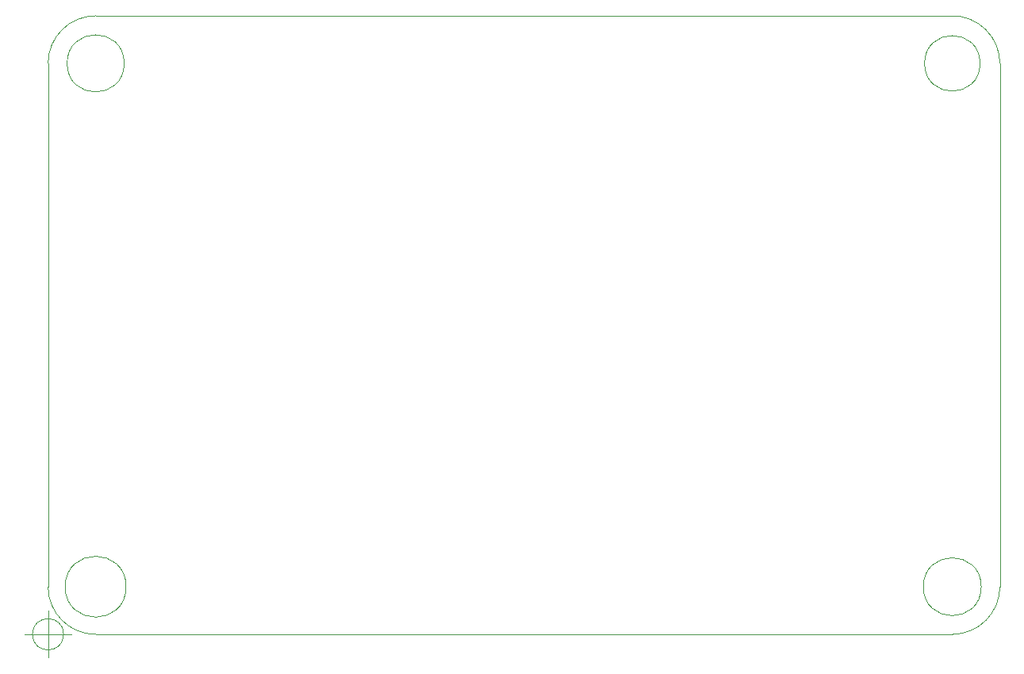
<source format=gbr>
%TF.GenerationSoftware,KiCad,Pcbnew,(5.1.8)-1*%
%TF.CreationDate,2021-02-19T09:53:25-07:00*%
%TF.ProjectId,Ardu-Shift_PCB,41726475-2d53-4686-9966-745f5043422e,rev?*%
%TF.SameCoordinates,Original*%
%TF.FileFunction,Profile,NP*%
%FSLAX46Y46*%
G04 Gerber Fmt 4.6, Leading zero omitted, Abs format (unit mm)*
G04 Created by KiCad (PCBNEW (5.1.8)-1) date 2021-02-19 09:53:25*
%MOMM*%
%LPD*%
G01*
G04 APERTURE LIST*
%TA.AperFunction,Profile*%
%ADD10C,0.050000*%
%TD*%
G04 APERTURE END LIST*
D10*
X37226666Y-101600000D02*
G75*
G03*
X37226666Y-101600000I-1666666J0D01*
G01*
X33060000Y-101600000D02*
X38060000Y-101600000D01*
X35560000Y-99100000D02*
X35560000Y-104100000D01*
X43688000Y-40640000D02*
G75*
G03*
X43688000Y-40640000I-3048000J0D01*
G01*
X43892787Y-96520000D02*
G75*
G03*
X43892787Y-96520000I-3252787J0D01*
G01*
X135170043Y-96520000D02*
G75*
G03*
X135170043Y-96520000I-3090043J0D01*
G01*
X135042124Y-40640000D02*
G75*
G03*
X135042124Y-40640000I-2962124J0D01*
G01*
X35560000Y-40640000D02*
G75*
G02*
X40640000Y-35560000I5080000J0D01*
G01*
X40640000Y-101600000D02*
G75*
G02*
X35560000Y-96520000I0J5080000D01*
G01*
X137160000Y-96520000D02*
G75*
G02*
X132080000Y-101600000I-5080000J0D01*
G01*
X132080000Y-35560000D02*
G75*
G02*
X137160000Y-40640000I0J-5080000D01*
G01*
X132080000Y-101600000D02*
X40640000Y-101600000D01*
X137160000Y-40640000D02*
X137160000Y-96520000D01*
X40640000Y-35560000D02*
X132080000Y-35560000D01*
X35560000Y-96520000D02*
X35560000Y-40640000D01*
M02*

</source>
